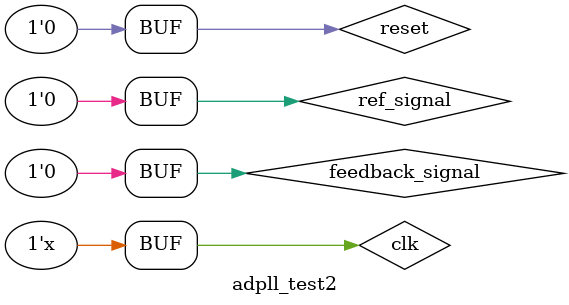
<source format=v>
module adpll_test2;
     reg clk;
     reg reset;
     reg ref_signal;
     reg feedback_signal;

     wire out;
     wire carry;
     wire borrow;

     
     initial begin
         clk = 1'b0;
         reset = 1'b1;
         #40
         reset = 1'b0;
         
         repeat (10) begin
             #300
             ref_signal = 1;
             #300
             feedback_signal = 1;
             #300
             ref_signal = 0;
             #300
             feedback_signal = 0;
             
             
         end

     end


     always begin
     #5 clk = ~clk;  //200Mhz Clock
     end
     
//adpll instantiation
XORDETECTOR xordetector(.ref_signal(ref_signal), .dco_signal(feedback_signal), .out(out));
FILTER filter(.clk(clk), .reset(reset), .xorOut(out), .carry(carry), .borrow(borrow));

endmodule
</source>
